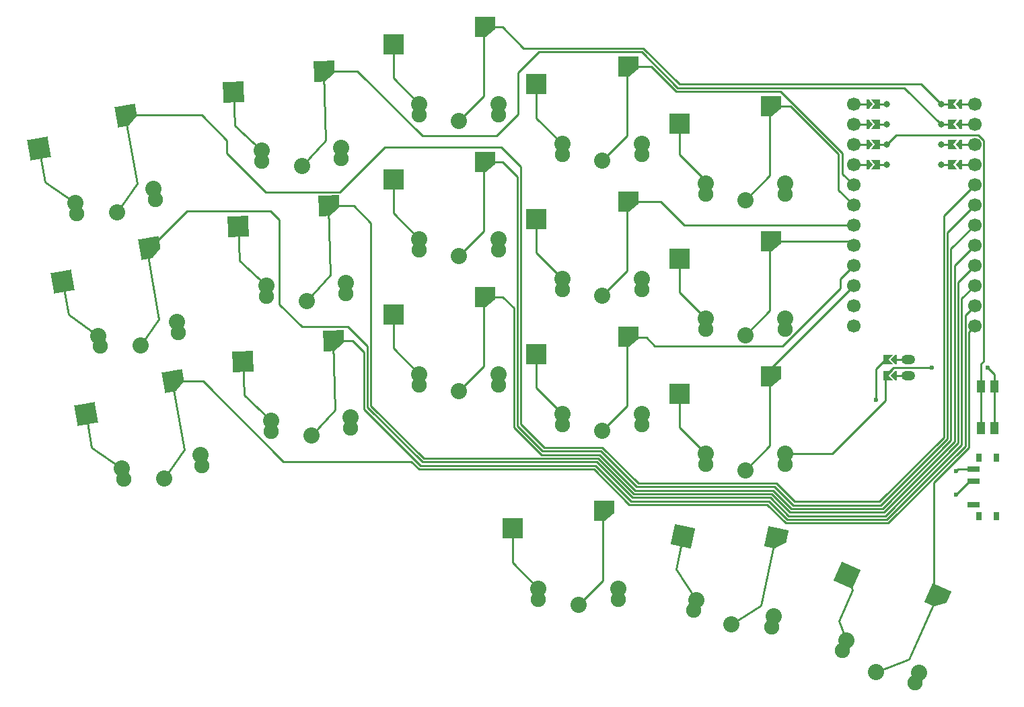
<source format=gbr>
%TF.GenerationSoftware,KiCad,Pcbnew,8.0.1*%
%TF.CreationDate,2024-04-29T16:42:10+03:00*%
%TF.ProjectId,ready_splayer_pcb,72656164-795f-4737-906c-617965725f70,v1.0.0*%
%TF.SameCoordinates,Original*%
%TF.FileFunction,Copper,L1,Top*%
%TF.FilePolarity,Positive*%
%FSLAX46Y46*%
G04 Gerber Fmt 4.6, Leading zero omitted, Abs format (unit mm)*
G04 Created by KiCad (PCBNEW 8.0.1) date 2024-04-29 16:42:10*
%MOMM*%
%LPD*%
G01*
G04 APERTURE LIST*
G04 Aperture macros list*
%AMRotRect*
0 Rectangle, with rotation*
0 The origin of the aperture is its center*
0 $1 length*
0 $2 width*
0 $3 Rotation angle, in degrees counterclockwise*
0 Add horizontal line*
21,1,$1,$2,0,0,$3*%
%AMFreePoly0*
4,1,6,0.500000,-0.625000,-0.650000,-0.625000,-0.150000,0.000000,-0.650000,0.625000,0.500000,0.625000,0.500000,-0.625000,0.500000,-0.625000,$1*%
%AMFreePoly1*
4,1,6,0.250000,0.000000,-0.250000,-0.625000,-0.500000,-0.625000,-0.500000,0.625000,-0.250000,0.625000,0.250000,0.000000,0.250000,0.000000,$1*%
%AMFreePoly2*
4,1,6,0.600000,-1.000000,0.000000,-0.400000,-0.600000,-1.000000,-0.600000,0.250000,0.600000,0.250000,0.600000,-1.000000,0.600000,-1.000000,$1*%
%AMFreePoly3*
4,1,6,0.600000,-0.200000,0.600000,-0.400000,-0.600000,-0.400000,-0.600000,-0.200000,0.000000,0.400000,0.600000,-0.200000,0.600000,-0.200000,$1*%
%AMFreePoly4*
4,1,6,1.300000,-0.250000,0.050000,-1.300000,-1.300000,-1.300000,-1.300000,1.300000,1.300000,1.300000,1.300000,-0.250000,1.300000,-0.250000,$1*%
G04 Aperture macros list end*
%TA.AperFunction,ComponentPad*%
%ADD10C,0.600000*%
%TD*%
%TA.AperFunction,SMDPad,CuDef*%
%ADD11R,0.800000X1.000000*%
%TD*%
%TA.AperFunction,SMDPad,CuDef*%
%ADD12R,1.500000X0.700000*%
%TD*%
%TA.AperFunction,SMDPad,CuDef*%
%ADD13R,1.000000X1.550000*%
%TD*%
%TA.AperFunction,ComponentPad*%
%ADD14C,0.800000*%
%TD*%
%TA.AperFunction,SMDPad,CuDef*%
%ADD15FreePoly0,180.000000*%
%TD*%
%TA.AperFunction,SMDPad,CuDef*%
%ADD16FreePoly1,180.000000*%
%TD*%
%TA.AperFunction,ComponentPad*%
%ADD17C,1.700000*%
%TD*%
%TA.AperFunction,SMDPad,CuDef*%
%ADD18FreePoly1,0.000000*%
%TD*%
%TA.AperFunction,SMDPad,CuDef*%
%ADD19FreePoly0,0.000000*%
%TD*%
%TA.AperFunction,SMDPad,CuDef*%
%ADD20FreePoly2,90.000000*%
%TD*%
%TA.AperFunction,ComponentPad*%
%ADD21O,1.750000X1.200000*%
%TD*%
%TA.AperFunction,SMDPad,CuDef*%
%ADD22FreePoly3,90.000000*%
%TD*%
%TA.AperFunction,ComponentPad*%
%ADD23C,1.900000*%
%TD*%
%TA.AperFunction,ComponentPad*%
%ADD24C,2.032000*%
%TD*%
%TA.AperFunction,ConnectorPad*%
%ADD25FreePoly4,0.000000*%
%TD*%
%TA.AperFunction,SMDPad,CuDef*%
%ADD26R,2.600000X2.600000*%
%TD*%
%TA.AperFunction,ConnectorPad*%
%ADD27FreePoly4,336.000000*%
%TD*%
%TA.AperFunction,SMDPad,CuDef*%
%ADD28RotRect,2.600000X2.600000X336.000000*%
%TD*%
%TA.AperFunction,ConnectorPad*%
%ADD29FreePoly4,2.000000*%
%TD*%
%TA.AperFunction,SMDPad,CuDef*%
%ADD30RotRect,2.600000X2.600000X2.000000*%
%TD*%
%TA.AperFunction,ConnectorPad*%
%ADD31FreePoly4,10.000000*%
%TD*%
%TA.AperFunction,SMDPad,CuDef*%
%ADD32RotRect,2.600000X2.600000X10.000000*%
%TD*%
%TA.AperFunction,ConnectorPad*%
%ADD33FreePoly4,348.000000*%
%TD*%
%TA.AperFunction,SMDPad,CuDef*%
%ADD34RotRect,2.600000X2.600000X348.000000*%
%TD*%
%TA.AperFunction,Conductor*%
%ADD35C,0.250000*%
%TD*%
G04 APERTURE END LIST*
D10*
%TO.P,REF\u002A\u002A,1*%
%TO.N,BAT_P*%
X183053453Y-100207563D03*
%TD*%
%TO.P,REF\u002A\u002A,1*%
%TO.N,RAW*%
X193053454Y-112207558D03*
%TD*%
%TO.P,REF\u002A\u002A,1*%
%TO.N,GND*%
X197053453Y-96207559D03*
%TD*%
D11*
%TO.P,PWR1,*%
%TO.N,*%
X195968451Y-107557560D03*
X195968451Y-114857560D03*
X198178452Y-107557561D03*
X198178452Y-114857559D03*
D12*
%TO.P,PWR1,1*%
%TO.N,N/C*%
X195318454Y-113457560D03*
%TO.P,PWR1,2*%
%TO.N,RAW*%
X195318452Y-110457560D03*
%TO.P,PWR1,3*%
%TO.N,BAT_P*%
X195318452Y-108957560D03*
%TD*%
D10*
%TO.P,REF\u002A\u002A,1*%
%TO.N,GND*%
X190053456Y-96207559D03*
%TD*%
D13*
%TO.P,RST1,1*%
%TO.N,GND*%
X197903454Y-103832561D03*
%TO.P,RST1,2*%
%TO.N,RST*%
X196203455Y-103832559D03*
%TO.P,RST1,3*%
%TO.N,GND*%
X197903453Y-98582561D03*
%TO.P,RST1,4*%
%TO.N,RST*%
X196203454Y-98582559D03*
%TD*%
D10*
%TO.P,REF\u002A\u002A,1*%
%TO.N,BAT_P*%
X193053453Y-109207559D03*
%TD*%
D14*
%TO.P,MCU1,1*%
%TO.N,P1*%
X191203454Y-63016562D03*
D15*
X192578454Y-63016561D03*
D16*
%TO.N,MCU1_1*%
X193303454Y-63016563D03*
D17*
X195423454Y-63016562D03*
D14*
%TO.P,MCU1,2*%
%TO.N,P0*%
X191203454Y-65556562D03*
D15*
X192578454Y-65556562D03*
D16*
%TO.N,MCU1_2*%
X193303454Y-65556563D03*
D17*
X195423454Y-65556562D03*
D14*
%TO.P,MCU1,3*%
%TO.N,GND*%
X191203454Y-68096564D03*
D15*
X192578454Y-68096562D03*
D16*
%TO.N,MCU1_3*%
X193303454Y-68096562D03*
D17*
X195423454Y-68096562D03*
D14*
%TO.P,MCU1,4*%
%TO.N,GND*%
X191203454Y-70636562D03*
D15*
X192578454Y-70636562D03*
D16*
%TO.N,MCU1_4*%
X193303454Y-70636561D03*
D17*
X195423454Y-70636562D03*
%TO.P,MCU1,5*%
%TO.N,P2*%
X195423452Y-73176562D03*
%TO.P,MCU1,6*%
%TO.N,P3*%
X195423454Y-75716562D03*
%TO.P,MCU1,7*%
%TO.N,P4*%
X195423453Y-78256562D03*
%TO.P,MCU1,8*%
%TO.N,P5*%
X195423454Y-80796562D03*
%TO.P,MCU1,9*%
%TO.N,P6*%
X195423454Y-83336562D03*
%TO.P,MCU1,10*%
%TO.N,P7*%
X195423454Y-85876562D03*
%TO.P,MCU1,11*%
%TO.N,P8*%
X195423453Y-88416561D03*
%TO.P,MCU1,12*%
%TO.N,P9*%
X195423454Y-90956562D03*
%TO.P,MCU1,13*%
%TO.N,P10*%
X180183452Y-90956562D03*
%TO.P,MCU1,14*%
%TO.N,P16*%
X180183454Y-88416562D03*
%TO.P,MCU1,15*%
%TO.N,P14*%
X180183454Y-85876562D03*
%TO.P,MCU1,16*%
%TO.N,P15*%
X180183454Y-83336562D03*
%TO.P,MCU1,17*%
%TO.N,P18*%
X180183454Y-80796562D03*
%TO.P,MCU1,18*%
%TO.N,P19*%
X180183456Y-78256562D03*
%TO.P,MCU1,19*%
%TO.N,P20*%
X180183454Y-75716562D03*
%TO.P,MCU1,20*%
%TO.N,P21*%
X180183455Y-73176562D03*
%TO.P,MCU1,21*%
%TO.N,MCU1_21*%
X180183454Y-70636562D03*
D18*
X182303454Y-70636562D03*
D17*
%TO.P,MCU1,22*%
%TO.N,MCU1_22*%
X180183454Y-68096562D03*
D18*
X182303454Y-68096562D03*
D17*
%TO.P,MCU1,23*%
%TO.N,MCU1_23*%
X180183454Y-65556562D03*
D18*
X182303454Y-65556562D03*
D17*
%TO.P,MCU1,24*%
%TO.N,MCU1_24*%
X180183455Y-63016563D03*
D18*
X182303454Y-63016563D03*
D19*
%TO.P,MCU1,121*%
%TO.N,VCC*%
X183028455Y-70636563D03*
D14*
X184403454Y-70636562D03*
D19*
%TO.P,MCU1,122*%
%TO.N,RST*%
X183028454Y-68096561D03*
D14*
X184403454Y-68096562D03*
D19*
%TO.P,MCU1,123*%
%TO.N,GND*%
X183028454Y-65556562D03*
D14*
X184403454Y-65556563D03*
D19*
%TO.P,MCU1,124*%
%TO.N,RAW*%
X183028454Y-63016561D03*
D14*
X184403454Y-63016562D03*
%TD*%
D20*
%TO.P,JST1,1*%
%TO.N,BAT_P*%
X184237455Y-95207557D03*
%TO.P,JST1,2*%
%TO.N,GND*%
X184237455Y-97207557D03*
D21*
%TO.P,JST1,11*%
%TO.N,JST1_1*%
X187053455Y-95207557D03*
%TO.P,JST1,12*%
%TO.N,JST1_2*%
X187053455Y-97207557D03*
D22*
%TO.P,JST1,21*%
%TO.N,JST1_1*%
X185253455Y-95207558D03*
%TO.P,JST1,22*%
%TO.N,JST1_2*%
X185253454Y-97207556D03*
%TD*%
D23*
%TO.P,S10,*%
%TO.N,GND*%
X143553456Y-103357560D03*
X153553456Y-103357560D03*
D24*
%TO.P,S10,1*%
X143553454Y-102007559D03*
D25*
%TO.N,P15*%
X151828456Y-92257560D03*
D24*
%TO.N,GND*%
X153553457Y-102007559D03*
D26*
%TO.P,S10,2*%
X140278456Y-94457560D03*
D24*
%TO.N,P15*%
X148553456Y-104107560D03*
%TD*%
D23*
%TO.P,S14,*%
%TO.N,GND*%
X161553454Y-91357561D03*
X171553454Y-91357561D03*
D24*
%TO.P,S14,1*%
X161553452Y-90007560D03*
D25*
%TO.N,P18*%
X169828454Y-80257561D03*
D24*
%TO.N,GND*%
X171553455Y-90007560D03*
D26*
%TO.P,S14,2*%
X158278454Y-82457561D03*
D24*
%TO.N,P18*%
X166553454Y-92107561D03*
%TD*%
D23*
%TO.P,S18,*%
%TO.N,GND*%
X178758752Y-131802104D03*
X187894207Y-135869470D03*
D24*
%TO.P,S18,1*%
X179307846Y-130568818D03*
D27*
%TO.N,P9*%
X190833117Y-125027495D03*
D24*
%TO.N,GND*%
X188443303Y-134636184D03*
D28*
%TO.P,S18,2*%
X179386848Y-122339486D03*
D24*
%TO.N,P9*%
X183021427Y-134520946D03*
%TD*%
D23*
%TO.P,S8,*%
%TO.N,GND*%
X125553455Y-81357560D03*
X135553455Y-81357560D03*
D24*
%TO.P,S8,1*%
X125553453Y-80007559D03*
D25*
%TO.N,P3*%
X133828455Y-70257560D03*
D24*
%TO.N,GND*%
X135553456Y-80007559D03*
D26*
%TO.P,S8,2*%
X122278455Y-72457560D03*
D24*
%TO.N,P3*%
X130553455Y-82107560D03*
%TD*%
D23*
%TO.P,S5,*%
%TO.N,GND*%
X106329012Y-87199320D03*
X116322921Y-86850325D03*
D24*
%TO.P,S5,1*%
X106281898Y-85850143D03*
D29*
%TO.N,P5*%
X114211587Y-75817287D03*
D24*
%TO.N,GND*%
X116275805Y-85501148D03*
D30*
%TO.P,S5,2*%
X102745402Y-78419038D03*
D24*
%TO.N,P5*%
X111352141Y-87774366D03*
%TD*%
D23*
%TO.P,S13,*%
%TO.N,GND*%
X161553454Y-108357560D03*
X171553454Y-108357560D03*
D24*
%TO.P,S13,1*%
X161553452Y-107007559D03*
D25*
%TO.N,P14*%
X169828454Y-97257560D03*
D24*
%TO.N,GND*%
X171553455Y-107007559D03*
D26*
%TO.P,S13,2*%
X158278454Y-99457560D03*
D24*
%TO.N,P14*%
X166553454Y-109107560D03*
%TD*%
D23*
%TO.P,S6,*%
%TO.N,GND*%
X105735720Y-70209676D03*
X115729629Y-69860681D03*
D24*
%TO.P,S6,1*%
X105688606Y-68860499D03*
D29*
%TO.N,P0*%
X113618295Y-58827643D03*
D24*
%TO.N,GND*%
X115682513Y-68511504D03*
D30*
%TO.P,S6,2*%
X102152110Y-61429394D03*
D24*
%TO.N,P0*%
X110758849Y-70784722D03*
%TD*%
D23*
%TO.P,S7,*%
%TO.N,GND*%
X125553454Y-98357561D03*
X135553454Y-98357561D03*
D24*
%TO.P,S7,1*%
X125553452Y-97007560D03*
D25*
%TO.N,P4*%
X133828454Y-87257561D03*
D24*
%TO.N,GND*%
X135553455Y-97007560D03*
D26*
%TO.P,S7,2*%
X122278454Y-89457561D03*
D24*
%TO.N,P4*%
X130553454Y-99107561D03*
%TD*%
D23*
%TO.P,S1,*%
%TO.N,GND*%
X88360916Y-110250185D03*
X98208994Y-108513703D03*
D24*
%TO.P,S1,1*%
X88126491Y-108920694D03*
D31*
%TO.N,P8*%
X94582706Y-97881880D03*
D24*
%TO.N,GND*%
X97974569Y-107184213D03*
D32*
%TO.P,S1,2*%
X83590202Y-102054094D03*
D24*
%TO.N,P8*%
X93415191Y-110120550D03*
%TD*%
D23*
%TO.P,S17,*%
%TO.N,GND*%
X160110591Y-126785492D03*
X169892066Y-128864609D03*
D24*
%TO.P,S17,1*%
X160391271Y-125464991D03*
D33*
%TO.N,P16*%
X170512581Y-117648523D03*
D24*
%TO.N,GND*%
X170172747Y-127544108D03*
D34*
%TO.P,S17,2*%
X158757570Y-117399067D03*
D24*
%TO.N,P16*%
X164845394Y-128558661D03*
%TD*%
D23*
%TO.P,S2,*%
%TO.N,GND*%
X85408898Y-93508452D03*
X95256976Y-91771970D03*
D24*
%TO.P,S2,1*%
X85174473Y-92178961D03*
D31*
%TO.N,P6*%
X91630688Y-81140147D03*
D24*
%TO.N,GND*%
X95022551Y-90442480D03*
D32*
%TO.P,S2,2*%
X80638184Y-85312361D03*
D24*
%TO.N,P6*%
X90463173Y-93378817D03*
%TD*%
D23*
%TO.P,S12,*%
%TO.N,GND*%
X143553452Y-69357558D03*
X153553452Y-69357558D03*
D24*
%TO.P,S12,1*%
X143553450Y-68007557D03*
D25*
%TO.N,P21*%
X151828452Y-58257558D03*
D24*
%TO.N,GND*%
X153553453Y-68007557D03*
D26*
%TO.P,S12,2*%
X140278452Y-60457558D03*
D24*
%TO.N,P21*%
X148553452Y-70107558D03*
%TD*%
D23*
%TO.P,S4,*%
%TO.N,GND*%
X106922306Y-104188966D03*
X116916215Y-103839971D03*
D24*
%TO.P,S4,1*%
X106875192Y-102839789D03*
D29*
%TO.N,P7*%
X114804881Y-92806933D03*
D24*
%TO.N,GND*%
X116869099Y-102490794D03*
D30*
%TO.P,S4,2*%
X103338696Y-95408684D03*
D24*
%TO.N,P7*%
X111945435Y-104764012D03*
%TD*%
D23*
%TO.P,S16,*%
%TO.N,GND*%
X140553451Y-125357560D03*
X150553451Y-125357560D03*
D24*
%TO.P,S16,1*%
X140553449Y-124007559D03*
D25*
%TO.N,P10*%
X148828451Y-114257560D03*
D24*
%TO.N,GND*%
X150553452Y-124007559D03*
D26*
%TO.P,S16,2*%
X137278451Y-116457560D03*
D24*
%TO.N,P10*%
X145553451Y-126107560D03*
%TD*%
D23*
%TO.P,S9,*%
%TO.N,GND*%
X125553456Y-64357558D03*
X135553456Y-64357558D03*
D24*
%TO.P,S9,1*%
X125553454Y-63007557D03*
D25*
%TO.N,P1*%
X133828456Y-53257558D03*
D24*
%TO.N,GND*%
X135553457Y-63007557D03*
D26*
%TO.P,S9,2*%
X122278456Y-55457558D03*
D24*
%TO.N,P1*%
X130553456Y-65107558D03*
%TD*%
D23*
%TO.P,S3,*%
%TO.N,GND*%
X82456877Y-76766723D03*
X92304955Y-75030241D03*
D24*
%TO.P,S3,1*%
X82222452Y-75437232D03*
D31*
%TO.N,P2*%
X88678667Y-64398418D03*
D24*
%TO.N,GND*%
X92070530Y-73700751D03*
D32*
%TO.P,S3,2*%
X77686163Y-68570632D03*
D24*
%TO.N,P2*%
X87511152Y-76637088D03*
%TD*%
D23*
%TO.P,S15,*%
%TO.N,GND*%
X161553453Y-74357561D03*
X171553453Y-74357561D03*
D24*
%TO.P,S15,1*%
X161553451Y-73007560D03*
D25*
%TO.N,P20*%
X169828453Y-63257561D03*
D24*
%TO.N,GND*%
X171553454Y-73007560D03*
D26*
%TO.P,S15,2*%
X158278453Y-65457561D03*
D24*
%TO.N,P20*%
X166553453Y-75107561D03*
%TD*%
D23*
%TO.P,S11,*%
%TO.N,GND*%
X143553455Y-86357562D03*
X153553455Y-86357562D03*
D24*
%TO.P,S11,1*%
X143553453Y-85007561D03*
D25*
%TO.N,P19*%
X151828455Y-75257562D03*
D24*
%TO.N,GND*%
X153553456Y-85007561D03*
D26*
%TO.P,S11,2*%
X140278455Y-77457562D03*
D24*
%TO.N,P19*%
X148553455Y-87107562D03*
%TD*%
D35*
%TO.N,P8*%
X147501595Y-108978690D02*
X125484916Y-108978690D01*
X184566733Y-115756927D02*
X171630707Y-115756927D01*
X151981624Y-113458719D02*
X147501595Y-108978690D01*
X194248454Y-89591559D02*
X194248456Y-106075206D01*
X94582708Y-97881881D02*
X94461030Y-98055648D01*
X98339023Y-97873915D02*
X94590671Y-97873915D01*
X94461030Y-98055648D02*
X95950064Y-106500373D01*
X108465108Y-108000000D02*
X98339023Y-97873915D01*
X94590671Y-97873915D02*
X94582706Y-97881880D01*
X125484916Y-108978690D02*
X124506226Y-108000000D01*
X195423454Y-88416561D02*
X194248454Y-89591559D01*
X95950064Y-106500373D02*
X93415189Y-110120552D01*
X194248456Y-106075206D02*
X184566733Y-115756927D01*
X171630707Y-115756927D02*
X169332498Y-113458717D01*
X169332498Y-113458717D02*
X151981624Y-113458719D01*
X124506226Y-108000000D02*
X108465108Y-108000000D01*
%TO.N,GND*%
X137278454Y-120732561D02*
X140553452Y-124007560D01*
X103338693Y-95408686D02*
X103487890Y-99681079D01*
X122278453Y-89457559D02*
X122278453Y-93732560D01*
X197903453Y-98582562D02*
X197903454Y-103832560D01*
X140278453Y-77457558D02*
X140278453Y-81732560D01*
X158278455Y-65457559D02*
X158278452Y-69366695D01*
X137278453Y-116457560D02*
X137278454Y-120732561D01*
X84332546Y-106264146D02*
X88126493Y-108920693D01*
X183028455Y-65556561D02*
X184403453Y-65556559D01*
X102301308Y-65701792D02*
X105688608Y-68860501D01*
X122278453Y-93732560D02*
X125553454Y-97007559D01*
X122278454Y-55457561D02*
X122278454Y-59732559D01*
X140278453Y-94457559D02*
X140278455Y-98732559D01*
X81380531Y-89522413D02*
X85174471Y-92178961D01*
X122278454Y-59732559D02*
X125553452Y-63007558D01*
X185237454Y-96207562D02*
X184237452Y-97207559D01*
X102152110Y-61429395D02*
X102301308Y-65701792D01*
X158278452Y-69366695D02*
X161553454Y-72641699D01*
X77686168Y-68570629D02*
X78428511Y-72780681D01*
X179386848Y-122339486D02*
X180092161Y-124176892D01*
X158278456Y-82457558D02*
X158278456Y-86732562D01*
X80638183Y-85312361D02*
X81380531Y-89522413D01*
X122278452Y-76732561D02*
X125553454Y-80007560D01*
X140278453Y-81732560D02*
X143553453Y-85007559D01*
X143553454Y-68007559D02*
X140278457Y-64732560D01*
X102745400Y-78419040D02*
X102894596Y-82691435D01*
X158757570Y-117399069D02*
X157868748Y-121580648D01*
X161553454Y-72641699D02*
X161553455Y-73007558D01*
X192578452Y-70636560D02*
X191203454Y-70636559D01*
X158278453Y-103732560D02*
X161553453Y-107007560D01*
X102894596Y-82691435D02*
X106281897Y-85850144D01*
X184237452Y-97207559D02*
X184237452Y-100315027D01*
X158278456Y-86732562D02*
X161553452Y-90007560D01*
X197903453Y-97057561D02*
X197903453Y-98582562D01*
X180092161Y-124176892D02*
X178353361Y-128082302D01*
X197053453Y-96207559D02*
X197903453Y-97057561D01*
X157868748Y-121580648D02*
X160391269Y-125464993D01*
X103487890Y-99681079D02*
X106875189Y-102839789D01*
X178353361Y-128082302D02*
X179307847Y-130568817D01*
X184237452Y-100315027D02*
X177544919Y-107007561D01*
X83590201Y-102054093D02*
X84332546Y-106264146D01*
X122278455Y-72457558D02*
X122278452Y-76732561D01*
X190053456Y-96207559D02*
X185237454Y-96207562D01*
X192578455Y-68096560D02*
X191203453Y-68096562D01*
X140278457Y-64732560D02*
X140278454Y-60457562D01*
X158278455Y-99457559D02*
X158278453Y-103732560D01*
X177544919Y-107007561D02*
X171553454Y-107007559D01*
X140278455Y-98732559D02*
X143553452Y-102007561D01*
X78428511Y-72780681D02*
X82222452Y-75437229D01*
%TO.N,P6*%
X119011179Y-93479654D02*
X119011179Y-101158717D01*
X106795057Y-76429740D02*
X107893406Y-77528092D01*
X184193941Y-114856927D02*
X193348456Y-105702415D01*
X107893406Y-77528092D02*
X107893405Y-88184410D01*
X147874387Y-108078690D02*
X152354414Y-112558717D01*
X91630687Y-81140148D02*
X96341094Y-76429741D01*
X91630689Y-81140146D02*
X91306224Y-81603530D01*
X110755225Y-91046231D02*
X116577756Y-91046231D01*
X193348455Y-85411562D02*
X195423454Y-83336561D01*
X116577756Y-91046231D02*
X119011179Y-93479654D01*
X169705290Y-112558720D02*
X172003499Y-114856927D01*
X91306224Y-81603530D02*
X92795255Y-90048254D01*
X125931150Y-108078690D02*
X147874387Y-108078690D01*
X92795255Y-90048254D02*
X90463173Y-93378814D01*
X172003499Y-114856927D02*
X184193941Y-114856927D01*
X96341094Y-76429741D02*
X106795057Y-76429740D01*
X193348456Y-105702415D02*
X193348455Y-85411562D01*
X152354414Y-112558717D02*
X169705290Y-112558720D01*
X119011179Y-101158717D02*
X125931150Y-108078690D01*
X107893405Y-88184410D02*
X110755225Y-91046231D01*
%TO.N,P2*%
X98191462Y-64390449D02*
X88686634Y-64390450D01*
X183448357Y-113056927D02*
X172749083Y-113056927D01*
X90046027Y-73016911D02*
X87511151Y-76637085D01*
X115515986Y-74056585D02*
X106199208Y-74056585D01*
X191548453Y-104956830D02*
X183448357Y-113056927D01*
X135882559Y-68382559D02*
X121190009Y-68382559D01*
X191548455Y-77051559D02*
X191548453Y-104956830D01*
X172749083Y-113056927D02*
X170450872Y-110758718D01*
X195423454Y-73176562D02*
X191548455Y-77051559D01*
X170450872Y-110758718D02*
X153099999Y-110758718D01*
X141240610Y-106240610D02*
X138328455Y-103328455D01*
X153099999Y-110758718D02*
X148581891Y-106240610D01*
X88686634Y-64390450D02*
X88678667Y-64398416D01*
X106199208Y-74056585D02*
X101327042Y-69184422D01*
X138328455Y-103328455D02*
X138328455Y-70828455D01*
X88556993Y-64572184D02*
X90046027Y-73016911D01*
X121190009Y-68382559D02*
X115515986Y-74056585D01*
X88678669Y-64398416D02*
X88556993Y-64572184D01*
X101327042Y-69184422D02*
X101327044Y-67526031D01*
X101327044Y-67526031D02*
X98191462Y-64390449D01*
X138328455Y-70828455D02*
X135882559Y-68382559D01*
X148581891Y-106240610D02*
X141240610Y-106240610D01*
%TO.N,P7*%
X171817103Y-115306927D02*
X184380337Y-115306927D01*
X114660204Y-92962079D02*
X114959467Y-101531853D01*
X117118797Y-92806933D02*
X118561177Y-94249312D01*
X118561177Y-94249312D02*
X118561177Y-101418555D01*
X193798456Y-105888810D02*
X193798454Y-87501563D01*
X118561177Y-101418555D02*
X125671312Y-108528690D01*
X152168018Y-113008717D02*
X169518894Y-113008720D01*
X114804882Y-92806933D02*
X117118797Y-92806933D01*
X125671312Y-108528690D02*
X147687991Y-108528690D01*
X184380337Y-115306927D02*
X193798456Y-105888810D01*
X147687991Y-108528690D02*
X152168018Y-113008717D01*
X169518894Y-113008720D02*
X171817103Y-115306927D01*
X114804880Y-92806932D02*
X114660204Y-92962079D01*
X114959467Y-101531853D02*
X111945431Y-104764012D01*
X193798454Y-87501563D02*
X195423453Y-85876562D01*
%TO.N,P5*%
X148060783Y-107628690D02*
X152540809Y-112108716D01*
X172189895Y-114406927D02*
X184007545Y-114406927D01*
X114066910Y-75972436D02*
X114366175Y-84542210D01*
X114211588Y-75817288D02*
X114066910Y-75972436D01*
X169891685Y-112108718D02*
X172189895Y-114406927D01*
X152540809Y-112108716D02*
X169891685Y-112108718D01*
X126117546Y-107628690D02*
X148060783Y-107628690D01*
X119461177Y-77961177D02*
X119461177Y-100972322D01*
X119461177Y-100972322D02*
X126117546Y-107628690D01*
X192898453Y-105516019D02*
X192898454Y-83321562D01*
X114366175Y-84542210D02*
X111352141Y-87774367D01*
X192898454Y-83321562D02*
X195423456Y-80796561D01*
X117317289Y-75817289D02*
X119461177Y-77961177D01*
X184007545Y-114406927D02*
X192898453Y-105516019D01*
X114211587Y-75817288D02*
X117317289Y-75817289D01*
%TO.N,P0*%
X158075182Y-60932559D02*
X186579451Y-60932560D01*
X192578452Y-65556559D02*
X191203453Y-65556559D01*
X113772883Y-67552567D02*
X110758851Y-70784722D01*
X140617442Y-56382558D02*
X153525181Y-56382558D01*
X113618294Y-58827644D02*
X113473622Y-58982788D01*
X117774030Y-58827643D02*
X125946387Y-67000000D01*
X113618294Y-58827643D02*
X117774030Y-58827643D01*
X135240014Y-67000000D02*
X138000000Y-64240014D01*
X153525181Y-56382558D02*
X158075182Y-60932559D01*
X113473622Y-58982788D02*
X113772883Y-67552567D01*
X186579451Y-60932560D02*
X191203457Y-65556562D01*
X138000000Y-59000000D02*
X140617442Y-56382558D01*
X125946387Y-67000000D02*
X135240014Y-67000000D01*
X138000000Y-64240014D02*
X138000000Y-59000000D01*
%TO.N,P4*%
X192448455Y-105329623D02*
X183821149Y-113956927D01*
X152727207Y-111658718D02*
X148247179Y-107178690D01*
X137428457Y-88680909D02*
X136005104Y-87257561D01*
X133678457Y-95982561D02*
X130553455Y-99107560D01*
X195423452Y-78256563D02*
X192448454Y-81231561D01*
X183821149Y-113956927D02*
X172376291Y-113956927D01*
X137428457Y-103701249D02*
X137428457Y-88680909D01*
X136005104Y-87257561D02*
X133828454Y-87257560D01*
X133678451Y-87407562D02*
X133678457Y-95982561D01*
X192448454Y-81231561D02*
X192448455Y-105329623D01*
X170078079Y-111658717D02*
X152727207Y-111658718D01*
X172376291Y-113956927D02*
X170078079Y-111658717D01*
X140905898Y-107178690D02*
X137428457Y-103701249D01*
X148247179Y-107178690D02*
X140905898Y-107178690D01*
X133828455Y-87257560D02*
X133678451Y-87407562D01*
%TO.N,P3*%
X172562687Y-113506927D02*
X183634753Y-113506927D01*
X183634753Y-113506927D02*
X191998455Y-105143226D01*
X133828454Y-70257558D02*
X136005105Y-70257560D01*
X133678453Y-70407561D02*
X133678454Y-78982559D01*
X133678454Y-78982559D02*
X130553452Y-82107562D01*
X191998455Y-79141562D02*
X195423454Y-75716563D01*
X137878455Y-72130910D02*
X137878455Y-103514851D01*
X141054214Y-106690610D02*
X148395495Y-106690610D01*
X191998455Y-105143226D02*
X191998455Y-79141562D01*
X170264476Y-111208718D02*
X172562687Y-113506927D01*
X137878455Y-103514851D02*
X141054214Y-106690610D01*
X133828453Y-70257560D02*
X133678453Y-70407561D01*
X136005105Y-70257560D02*
X137878455Y-72130910D01*
X152913603Y-111208718D02*
X170264476Y-111208718D01*
X148395495Y-106690610D02*
X152913603Y-111208718D01*
%TO.N,P1*%
X136005106Y-53257558D02*
X138680104Y-55932558D01*
X188669452Y-60482560D02*
X191203455Y-63016562D01*
X192578458Y-63016561D02*
X191203454Y-63016560D01*
X133678452Y-53407559D02*
X133678453Y-61982558D01*
X133678453Y-61982558D02*
X130553455Y-65107559D01*
X138680104Y-55932558D02*
X153711577Y-55932560D01*
X153711577Y-55932560D02*
X158261578Y-60482561D01*
X133828456Y-53257558D02*
X133678452Y-53407559D01*
X133828455Y-53257560D02*
X136005106Y-53257558D01*
X158261578Y-60482561D02*
X188669452Y-60482560D01*
%TO.N,P15*%
X178500000Y-86214137D02*
X178500000Y-85020015D01*
X155196106Y-93448560D02*
X171265578Y-93448559D01*
X151678455Y-100982562D02*
X151678454Y-92407558D01*
X154155104Y-92407558D02*
X155196106Y-93448560D01*
X178500000Y-85020015D02*
X180183454Y-83336561D01*
X171265578Y-93448559D02*
X178500000Y-86214137D01*
X148553455Y-104107561D02*
X151678455Y-100982562D01*
X151678454Y-92407558D02*
X154155104Y-92407558D01*
%TO.N,P19*%
X151828455Y-75257558D02*
X151678454Y-75407558D01*
X155900182Y-75257561D02*
X158899184Y-78256561D01*
X158899184Y-78256561D02*
X180183454Y-78256561D01*
X151828455Y-75257561D02*
X155900182Y-75257561D01*
X151678454Y-75407558D02*
X151678455Y-83982559D01*
X151678455Y-83982559D02*
X148553450Y-87107560D01*
%TO.N,P21*%
X151828453Y-58257558D02*
X154763786Y-58257558D01*
X171020146Y-61382559D02*
X178801338Y-69163753D01*
X154763786Y-58257558D02*
X157888786Y-61382559D01*
X178801338Y-69163753D02*
X178801339Y-71794446D01*
X157888786Y-61382559D02*
X171020146Y-61382559D01*
X151678452Y-66982563D02*
X148553454Y-70107562D01*
X178801339Y-71794446D02*
X180183454Y-73176562D01*
X151678451Y-58407559D02*
X151678452Y-66982563D01*
X151828452Y-58257559D02*
X151678451Y-58407559D01*
%TO.N,P14*%
X169828453Y-97257559D02*
X169678455Y-97407558D01*
X169678455Y-105982559D02*
X166553454Y-109107558D01*
X169828454Y-97257562D02*
X169828456Y-96231562D01*
X169678455Y-97407558D02*
X169678455Y-105982559D01*
X169828456Y-96231562D02*
X180183455Y-85876561D01*
%TO.N,P18*%
X169828453Y-80257561D02*
X169678454Y-80407559D01*
X179644451Y-80257559D02*
X180183453Y-80796563D01*
X169678454Y-88982560D02*
X166553454Y-92107559D01*
X169678454Y-80407559D02*
X169678454Y-88982560D01*
X169828454Y-80257560D02*
X179644451Y-80257559D01*
%TO.N,P20*%
X169828453Y-63257560D02*
X172258751Y-63257560D01*
X172258751Y-63257560D02*
X178301340Y-69300151D01*
X178301340Y-73834446D02*
X180183453Y-75716562D01*
X178301340Y-69300151D02*
X178301340Y-73834446D01*
X169678454Y-71982559D02*
X166553452Y-75107557D01*
X169678452Y-63407559D02*
X169678454Y-71982559D01*
X169828452Y-63257558D02*
X169678452Y-63407559D01*
%TO.N,P10*%
X148678453Y-122982561D02*
X145553454Y-126107561D01*
X148678452Y-114407558D02*
X148678453Y-122982561D01*
X148828451Y-114257560D02*
X148678452Y-114407558D01*
%TO.N,P16*%
X168551829Y-126151673D02*
X164845393Y-128558661D01*
X170512582Y-117648523D02*
X170334672Y-117764057D01*
X170334672Y-117764057D02*
X168551829Y-126151673D01*
%TO.N,P9*%
X190635077Y-125103515D02*
X187147311Y-132937168D01*
X194698454Y-91681562D02*
X194698456Y-106261602D01*
X190301339Y-110658718D02*
X190301339Y-124495718D01*
X195423454Y-90956562D02*
X194698454Y-91681562D01*
X190833117Y-125027493D02*
X190635077Y-125103515D01*
X187147311Y-132937168D02*
X183021427Y-134520946D01*
X195423455Y-90956561D02*
X194801338Y-91578676D01*
X190301339Y-124495718D02*
X190833119Y-125027494D01*
X194698456Y-106261602D02*
X190301339Y-110658718D01*
%TO.N,RAW*%
X195318452Y-110457559D02*
X194803453Y-110457561D01*
X183028453Y-63016561D02*
X184403455Y-63016559D01*
X194803453Y-110457561D02*
X193053454Y-112207558D01*
%TO.N,RST*%
X196598457Y-67609858D02*
X195910156Y-66921561D01*
X195910156Y-66921561D02*
X185578452Y-66921559D01*
X196598457Y-95340108D02*
X196598457Y-67609858D01*
X184403453Y-68096559D02*
X183028455Y-68096560D01*
X185578452Y-66921559D02*
X184403453Y-68096559D01*
X196203455Y-103832561D02*
X196203453Y-95735112D01*
X196203453Y-95735112D02*
X196598457Y-95340108D01*
%TO.N,VCC*%
X183028455Y-70636558D02*
X184403452Y-70636561D01*
%TO.N,MCU1_24*%
X180183453Y-63016559D02*
X182303454Y-63016561D01*
%TO.N,MCU1_1*%
X193303453Y-63016560D02*
X195423451Y-63016558D01*
%TO.N,MCU1_23*%
X180183454Y-65556557D02*
X182303455Y-65556560D01*
%TO.N,MCU1_2*%
X193303456Y-65556562D02*
X195423452Y-65556559D01*
%TO.N,MCU1_22*%
X180183455Y-68096560D02*
X182303451Y-68096563D01*
%TO.N,MCU1_3*%
X193303454Y-68096561D02*
X195423453Y-68096558D01*
%TO.N,MCU1_21*%
X180183452Y-70636559D02*
X182303456Y-70636558D01*
%TO.N,MCU1_4*%
X193303452Y-70636557D02*
X195423453Y-70636560D01*
%TO.N,BAT_P*%
X183053454Y-96391560D02*
X183053453Y-100207563D01*
X195318452Y-108957558D02*
X193303452Y-108957558D01*
X193303452Y-108957558D02*
X193053453Y-109207559D01*
X184237455Y-95207560D02*
X183053454Y-96391560D01*
%TO.N,JST1_1*%
X185253451Y-95207561D02*
X187053455Y-95207559D01*
%TO.N,JST1_2*%
X185253457Y-97207560D02*
X187053454Y-97207560D01*
%TD*%
M02*

</source>
